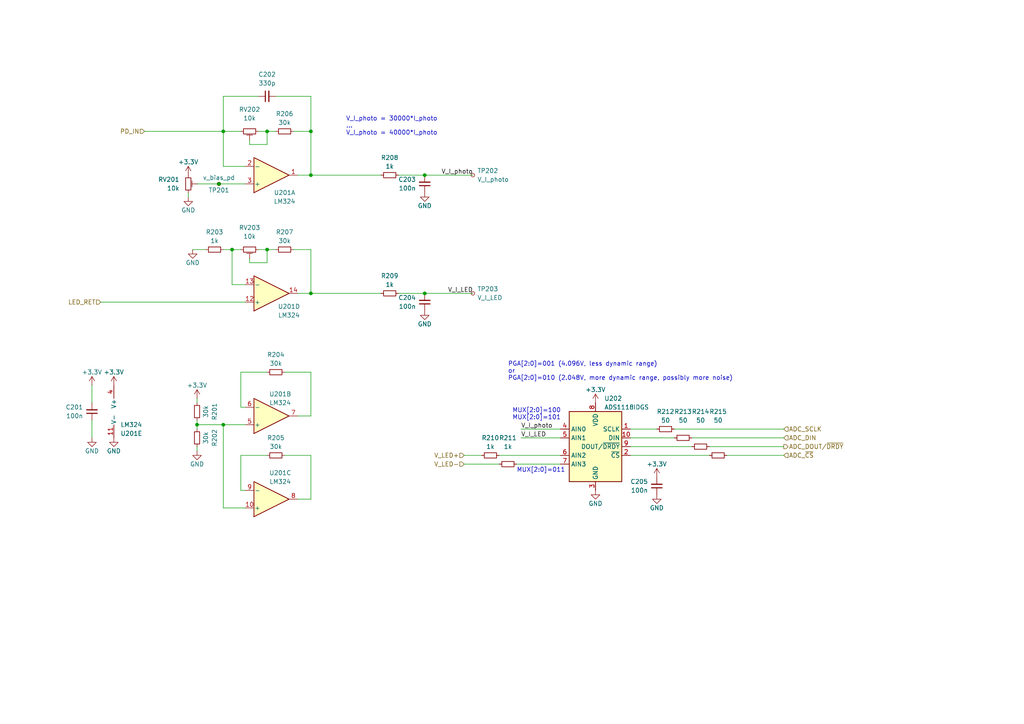
<source format=kicad_sch>
(kicad_sch (version 20230121) (generator eeschema)
  (paper "A4")
  (title_block (title "led-efficiency-measurement - INPUT") (date "2023-01-24") (rev "0.1") (comment 4 "Unless specified, all capacitors should be rated for 10V or higher"))
  (lib_symbols
    (symbol "Amplifier_Operational:LM324" (pin_names (offset 0.127))
      (property "Reference" "U" (at 0 5.08 0))
      (property "Value" "LM324" (at 0 -5.08 0))
      (symbol "LM324_1_1"
        (polyline (pts (xy -5.08 5.08) (xy 5.08 0) (xy -5.08 -5.08) (xy -5.08 5.08)) (stroke (width 0.254)) (fill (type background)))
        (pin output line (at 7.62 0 180) (length 2.54) (name "~") (number "1"))
        (pin input line (at -7.62 -2.54 0) (length 2.54) (name "-") (number "2"))
        (pin input line (at -7.62 2.54 0) (length 2.54) (name "+") (number "3"))
      )
      (symbol "LM324_2_1"
        (polyline (pts (xy -5.08 5.08) (xy 5.08 0) (xy -5.08 -5.08) (xy -5.08 5.08)) (stroke (width 0.254)) (fill (type background)))
        (pin input line (at -7.62 2.54 0) (length 2.54) (name "+") (number "5"))
        (pin input line (at -7.62 -2.54 0) (length 2.54) (name "-") (number "6"))
        (pin output line (at 7.62 0 180) (length 2.54) (name "~") (number "7"))
      )
      (symbol "LM324_3_1"
        (polyline (pts (xy -5.08 5.08) (xy 5.08 0) (xy -5.08 -5.08) (xy -5.08 5.08)) (stroke (width 0.254)) (fill (type background)))
        (pin input line (at -7.62 2.54 0) (length 2.54) (name "+") (number "10"))
        (pin output line (at 7.62 0 180) (length 2.54) (name "~") (number "8"))
        (pin input line (at -7.62 -2.54 0) (length 2.54) (name "-") (number "9"))
      )
      (symbol "LM324_4_1"
        (polyline (pts (xy -5.08 5.08) (xy 5.08 0) (xy -5.08 -5.08) (xy -5.08 5.08)) (stroke (width 0.254)) (fill (type background)))
        (pin input line (at -7.62 2.54 0) (length 2.54) (name "+") (number "12"))
        (pin input line (at -7.62 -2.54 0) (length 2.54) (name "-") (number "13"))
        (pin output line (at 7.62 0 180) (length 2.54) (name "~") (number "14"))
      )
      (symbol "LM324_5_1"
        (pin power_in line (at -2.54 -7.62 90) (length 3.81) (name "V-") (number "11"))
        (pin power_in line (at -2.54 7.62 270) (length 3.81) (name "V+") (number "4"))
      )
    )
    (symbol "Analog_ADC:ADS1118IDGS"
      (property "Reference" "U" (at 1.27 13.97 0))
      (property "Value" "ADS1118IDGS" (at 1.27 11.43 0))
      (symbol "ADS1118IDGS_0_1"
        (rectangle (start 7.62 10.16) (end -7.62 -10.16) (stroke (width 0.254)) (fill (type background)))
      )
      (symbol "ADS1118IDGS_1_1"
        (pin input line (at 10.16 5.08 180) (length 2.54) (name "SCLK") (number "1"))
        (pin input line (at 10.16 2.54 180) (length 2.54) (name "DIN") (number "10"))
        (pin input line (at 10.16 -2.54 180) (length 2.54) (name "~{CS}") (number "2"))
        (pin power_in line (at 0 -12.7 90) (length 2.54) (name "GND") (number "3"))
        (pin input line (at -10.16 5.08 0) (length 2.54) (name "AIN0") (number "4"))
        (pin input line (at -10.16 2.54 0) (length 2.54) (name "AIN1") (number "5"))
        (pin input line (at -10.16 -2.54 0) (length 2.54) (name "AIN2") (number "6"))
        (pin input line (at -10.16 -5.08 0) (length 2.54) (name "AIN3") (number "7"))
        (pin power_in line (at 0 12.7 270) (length 2.54) (name "VDD") (number "8"))
        (pin output line (at 10.16 0 180) (length 2.54) (name "DOUT/~{DRDY}") (number "9"))
      )
    )
    (symbol "Device:C_Small" (pin_numbers hide) (pin_names (offset 0.254) hide)
      (property "Reference" "C" (at 0.254 1.778 0))
      (property "Value" "C_Small" (at 0.254 -2.032 0))
      (symbol "C_Small_0_1"
        (polyline (pts (xy -1.524 -0.508) (xy 1.524 -0.508)) (stroke (width 0.3302)))
        (polyline (pts (xy -1.524 0.508) (xy 1.524 0.508)) (stroke (width 0.3048)))
      )
      (symbol "C_Small_1_1"
        (pin passive line (at 0 2.54 270) (length 2.032) (name "~") (number "1"))
        (pin passive line (at 0 -2.54 90) (length 2.032) (name "~") (number "2"))
      )
    )
    (symbol "Device:R_Small" (pin_numbers hide) (pin_names (offset 0.254) hide)
      (property "Reference" "R" (at 0.762 0.508 0))
      (property "Value" "R_Small" (at 0.762 -1.016 0))
      (symbol "R_Small_0_1"
        (rectangle (start -0.762 1.778) (end 0.762 -1.778) (stroke (width 0.2032)))
      )
      (symbol "R_Small_1_1"
        (pin passive line (at 0 2.54 270) (length 0.762) (name "~") (number "1"))
        (pin passive line (at 0 -2.54 90) (length 0.762) (name "~") (number "2"))
      )
    )
    (symbol "R_Potentiometer_Trim_Small_1" (pin_numbers hide) (pin_names (offset 1.016) hide)
      (property "Reference" "RV" (at -4.445 0 90))
      (property "Value" "R_Potentiometer_Trim_Small_1" (at -2.54 0 90))
      (symbol "R_Potentiometer_Trim_Small_1_0_1"
        (rectangle (start -0.76 1.78) (end 0.76 -1.78) (stroke (width 0.2032)))
        (polyline (pts (xy 0 -1.78) (xy 0 -2.54)))
        (polyline (pts (xy 0 1.78) (xy 0 2.54)))
        (polyline (pts (xy 1.0885 0.8805) (xy 1.0885 -0.8779)))
        (polyline (pts (xy 1.0941 0) (xy 2.54 0)))
      )
      (symbol "R_Potentiometer_Trim_Small_1_1_1"
        (pin passive line (at 0 2.54 270) (length 0) (name "1") (number "1"))
        (pin passive line (at 2.54 0 180) (length 0) (name "2") (number "2"))
        (pin passive line (at 0 -2.54 90) (length 0) (name "3") (number "3"))
      )
    )
    (symbol "R_Potentiometer_Trim_Small_2" (pin_numbers hide) (pin_names (offset 1.016) hide)
      (property "Reference" "RV" (at -4.445 0 90))
      (property "Value" "R_Potentiometer_Trim_Small_2" (at -2.54 0 90))
      (symbol "R_Potentiometer_Trim_Small_2_0_1"
        (rectangle (start -0.76 1.78) (end 0.76 -1.78) (stroke (width 0.2032)))
        (polyline (pts (xy 0 -1.78) (xy 0 -2.54)))
        (polyline (pts (xy 0 1.78) (xy 0 2.54)))
        (polyline (pts (xy 1.0885 0.8805) (xy 1.0885 -0.8779)))
        (polyline (pts (xy 1.0941 0) (xy 2.54 0)))
      )
      (symbol "R_Potentiometer_Trim_Small_2_1_1"
        (pin passive line (at 0 2.54 270) (length 0) (name "1") (number "1"))
        (pin passive line (at 2.54 0 180) (length 0) (name "2") (number "2"))
        (pin passive line (at 0 -2.54 90) (length 0) (name "3") (number "3"))
      )
    )
    (symbol "Seppl_Testpoint:TestPoint_Small" (pin_numbers hide) (pin_names (offset 0.762) hide) (in_bom no)
      (property "Reference" "TP" (at 0 3.81 0))
      (property "Value" "TestPoint_Small" (at 0 2.032 0))
      (symbol "TestPoint_Small_0_1"
        (circle (center 0 0) (radius 0.508))
      )
      (symbol "TestPoint_Small_1_1"
        (pin passive line (at 0 0 90) (length 0) (name "1") (number "1"))
      )
    )
    (symbol "power:+3.3V" (power) (pin_names (offset 0))
      (property "Value" "+3.3V" (at 0 3.556 0))
      (symbol "+3.3V_0_1"
        (polyline (pts (xy -0.762 1.27) (xy 0 2.54)))
        (polyline (pts (xy 0 0) (xy 0 2.54)))
        (polyline (pts (xy 0 2.54) (xy 0.762 1.27)))
      )
      (symbol "+3.3V_1_1"
        (pin power_in line (at 0 0 90) (length 0) hide (name "+3.3V") (number "1"))
      )
    )
    (symbol "power:GND" (power) (pin_names (offset 0))
      (property "Value" "GND" (at 0 -3.81 0))
      (symbol "GND_0_1"
        (polyline (pts (xy 0 0) (xy 0 -1.27) (xy 1.27 -1.27) (xy 0 -2.54) (xy -1.27 -1.27) (xy 0 -1.27)))
      )
      (symbol "GND_1_1"
        (pin power_in line (at 0 0 270) (length 0) hide (name "GND") (number "1"))
      )
    )
  )
  (junction (at 123.19 50.8))
  (junction (at 67.31 72.39))
  (junction (at 64.77 38.1))
  (junction (at 90.17 38.1))
  (junction (at 90.17 50.8))
  (junction (at 77.47 38.1))
  (junction (at 63.5 53.34))
  (junction (at 57.15 123.19))
  (junction (at 64.77 123.19))
  (junction (at 123.19 85.09))
  (junction (at 77.47 72.39))
  (junction (at 90.17 85.09))
  (wire (pts (xy 90.17 38.1) (xy 90.17 50.8)))
  (wire (pts (xy 74.93 38.1) (xy 77.47 38.1)))
  (wire (pts (xy 123.19 50.8) (xy 137.16 50.8)))
  (wire (pts (xy 64.77 72.39) (xy 67.31 72.39)))
  (wire (pts (xy 57.15 121.92) (xy 57.15 123.19)))
  (wire (pts (xy 144.78 132.08) (xy 162.56 132.08)))
  (wire (pts (xy 72.39 40.64) (xy 72.39 41.91)))
  (wire (pts (xy 57.15 123.19) (xy 64.77 123.19)))
  (wire (pts (xy 115.57 85.09) (xy 123.19 85.09)))
  (wire (pts (xy 67.31 72.39) (xy 69.85 72.39)))
  (wire (pts (xy 26.67 127) (xy 26.67 121.92)))
  (wire (pts (xy 57.15 53.34) (xy 63.5 53.34)))
  (wire (pts (xy 69.85 118.11) (xy 71.12 118.11)))
  (wire (pts (xy 205.74 129.54) (xy 227.33 129.54)))
  (wire (pts (xy 115.57 50.8) (xy 123.19 50.8)))
  (wire (pts (xy 90.17 132.08) (xy 90.17 144.78)))
  (wire (pts (xy 151.13 127) (xy 162.56 127)))
  (wire (pts (xy 82.55 132.08) (xy 90.17 132.08)))
  (wire (pts (xy 77.47 38.1) (xy 80.01 38.1)))
  (wire (pts (xy 200.66 127) (xy 227.33 127)))
  (wire (pts (xy 72.39 76.2) (xy 77.47 76.2)))
  (wire (pts (xy 134.62 132.08) (xy 139.7 132.08)))
  (wire (pts (xy 85.09 38.1) (xy 90.17 38.1)))
  (wire (pts (xy 182.88 127) (xy 195.58 127)))
  (wire (pts (xy 90.17 27.94) (xy 90.17 38.1)))
  (wire (pts (xy 69.85 107.95) (xy 69.85 118.11)))
  (wire (pts (xy 90.17 72.39) (xy 90.17 85.09)))
  (wire (pts (xy 195.58 124.46) (xy 227.33 124.46)))
  (wire (pts (xy 77.47 38.1) (xy 77.47 41.91)))
  (wire (pts (xy 26.67 111.76) (xy 26.67 116.84)))
  (wire (pts (xy 74.93 72.39) (xy 77.47 72.39)))
  (wire (pts (xy 72.39 41.91) (xy 77.47 41.91)))
  (wire (pts (xy 90.17 107.95) (xy 90.17 120.65)))
  (wire (pts (xy 71.12 82.55) (xy 67.31 82.55)))
  (wire (pts (xy 57.15 115.57) (xy 57.15 116.84)))
  (wire (pts (xy 72.39 74.93) (xy 72.39 76.2)))
  (wire (pts (xy 77.47 107.95) (xy 69.85 107.95)))
  (wire (pts (xy 85.09 72.39) (xy 90.17 72.39)))
  (wire (pts (xy 64.77 48.26) (xy 71.12 48.26)))
  (wire (pts (xy 77.47 72.39) (xy 80.01 72.39)))
  (wire (pts (xy 64.77 38.1) (xy 69.85 38.1)))
  (wire (pts (xy 57.15 130.81) (xy 57.15 129.54)))
  (wire (pts (xy 77.47 72.39) (xy 77.47 76.2)))
  (wire (pts (xy 64.77 27.94) (xy 64.77 38.1)))
  (wire (pts (xy 90.17 85.09) (xy 110.49 85.09)))
  (wire (pts (xy 86.36 144.78) (xy 90.17 144.78)))
  (wire (pts (xy 71.12 53.34) (xy 63.5 53.34)))
  (wire (pts (xy 80.01 27.94) (xy 90.17 27.94)))
  (wire (pts (xy 82.55 107.95) (xy 90.17 107.95)))
  (wire (pts (xy 182.88 132.08) (xy 205.74 132.08)))
  (wire (pts (xy 41.91 38.1) (xy 64.77 38.1)))
  (wire (pts (xy 64.77 38.1) (xy 64.77 48.26)))
  (wire (pts (xy 64.77 123.19) (xy 71.12 123.19)))
  (wire (pts (xy 182.88 129.54) (xy 200.66 129.54)))
  (wire (pts (xy 182.88 124.46) (xy 190.5 124.46)))
  (wire (pts (xy 29.21 87.63) (xy 71.12 87.63)))
  (wire (pts (xy 86.36 120.65) (xy 90.17 120.65)))
  (wire (pts (xy 151.13 124.46) (xy 162.56 124.46)))
  (wire (pts (xy 210.82 132.08) (xy 227.33 132.08)))
  (wire (pts (xy 69.85 132.08) (xy 69.85 142.24)))
  (wire (pts (xy 69.85 142.24) (xy 71.12 142.24)))
  (wire (pts (xy 77.47 132.08) (xy 69.85 132.08)))
  (wire (pts (xy 67.31 72.39) (xy 67.31 82.55)))
  (wire (pts (xy 86.36 50.8) (xy 90.17 50.8)))
  (wire (pts (xy 90.17 50.8) (xy 110.49 50.8)))
  (wire (pts (xy 64.77 27.94) (xy 74.93 27.94)))
  (wire (pts (xy 71.12 147.32) (xy 64.77 147.32)))
  (wire (pts (xy 54.61 57.15) (xy 54.61 55.88)))
  (wire (pts (xy 134.62 134.62) (xy 144.78 134.62)))
  (wire (pts (xy 90.17 85.09) (xy 86.36 85.09)))
  (wire (pts (xy 149.86 134.62) (xy 162.56 134.62)))
  (wire (pts (xy 123.19 85.09) (xy 137.16 85.09)))
  (wire (pts (xy 55.88 72.39) (xy 59.69 72.39)))
  (wire (pts (xy 64.77 123.19) (xy 64.77 147.32)))
  (wire (pts (xy 57.15 123.19) (xy 57.15 124.46)))
  (text "MUX[2:0]=011" (at 149.86 137.16 0) (effects (font (size 1.27 1.27)) (justify left bottom)))
  (text "PGA[2:0]=001 (4.096V, less dynamic range) \nor \nPGA[2:0]=010 (2.048V, more dynamic range, possibly more noise)" (at 147.32 110.49 0) (effects (font (size 1.27 1.27)) (justify left bottom)))
  (text "MUX[2:0]=100\nMUX[2:0]=101" (at 148.59 121.92 0) (effects (font (size 1.27 1.27)) (justify left bottom)))
  (text "V_I_photo = 30000*I_photo\n...\nV_I_photo = 40000*I_photo" (at 100.33 39.37 0) (effects (font (size 1.27 1.27)) (justify left bottom)))
  (label "V_I_photo" (at 151.13 124.46 0))
  (label "V_I_LED" (at 137.16 85.09 180))
  (label "V_I_LED" (at 151.13 127 0))
  (label "V_I_photo" (at 137.16 50.8 180))
  (hierarchical_label "ADC_SCLK" (shape input) (at 227.33 124.46 0))
  (hierarchical_label "PD_IN" (shape input) (at 41.91 38.1 180))
  (hierarchical_label "ADC_DIN" (shape input) (at 227.33 127 0))
  (hierarchical_label "ADC_DOUT{slash}~{DRDY}" (shape output) (at 227.33 129.54 0))
  (hierarchical_label "ADC_~{CS}" (shape input) (at 227.33 132.08 0))
  (hierarchical_label "LED_RET" (shape input) (at 29.21 87.63 180))
  (hierarchical_label "V_LED-" (shape input) (at 134.62 134.62 180))
  (hierarchical_label "V_LED+" (shape input) (at 134.62 132.08 180))
  (symbol (lib_name "R_Potentiometer_Trim_Small_1") (lib_id "Seppl_Device:R_Potentiometer_Trim_Small") (at 54.61 53.34 0) (unit 1)
    (property "Reference" "RV201" (at 52.07 52.0699 0) (effects (justify right)))
    (property "Value" "10k" (at 52.07 54.6099 0) (effects (justify right)))
    (property "Footprint" "Potentiometer_THT:Potentiometer_Bourns_3296W_Vertical" (effects hide))
  )
  (symbol (lib_id "power:+3.3V") (at 33.02 111.76 0) (unit 1)
    (property "Reference" "#PWR0203" (effects hide))
    (property "Value" "+3.3V" (at 33.02 107.95 0))
  )
  (symbol (lib_id "power:GND") (at 123.19 55.88 0) (unit 1)
    (property "Reference" "#PWR0210" (effects hide))
    (property "Value" "GND" (at 123.19 59.69 0))
  )
  (symbol (lib_id "Device:R_Small") (at 142.24 132.08 90) (unit 1)
    (property "Reference" "R210" (at 142.24 127 90))
    (property "Value" "1k" (at 142.24 129.54 90))
    (property "Footprint" "Resistor_SMD:R_0805_2012Metric_Pad1.20x1.40mm_HandSolder" (effects hide))
  )
  (symbol (lib_id "Device:R_Small") (at 113.03 85.09 90) (unit 1)
    (property "Reference" "R209" (at 113.03 80.01 90))
    (property "Value" "1k" (at 113.03 82.55 90))
    (property "Footprint" "Resistor_SMD:R_0805_2012Metric_Pad1.20x1.40mm_HandSolder" (effects hide))
  )
  (symbol (lib_id "Amplifier_Operational:LM324") (at 78.74 120.65 0) (mirror x) (unit 2)
    (property "Reference" "U201" (at 81.28 114.3 0))
    (property "Value" "LM324" (at 81.28 116.84 0))
    (property "Footprint" "Package_SO:SOIC-14_3.9x8.7mm_P1.27mm" (effects hide))
    (property "Datasheet" "http://www.ti.com/lit/ds/symlink/lm2902-n.pdf" (effects hide))
  )
  (symbol (lib_id "Device:C_Small") (at 190.5 140.97 0) (mirror x) (unit 1)
    (property "Reference" "C205" (at 187.96 139.6935 0) (effects (justify right)))
    (property "Value" "100n" (at 187.96 142.2335 0) (effects (justify right)))
    (property "Footprint" "Capacitor_SMD:C_0805_2012Metric_Pad1.18x1.45mm_HandSolder" (effects hide))
  )
  (symbol (lib_id "power:GND") (at 26.67 127 0) (unit 1)
    (property "Reference" "#PWR0202" (effects hide))
    (property "Value" "GND" (at 26.67 130.81 0))
  )
  (symbol (lib_id "power:+3.3V") (at 26.67 111.76 0) (unit 1)
    (property "Reference" "#PWR0201" (effects hide))
    (property "Value" "+3.3V" (at 26.67 107.95 0))
  )
  (symbol (lib_id "power:GND") (at 55.88 72.39 0) (unit 1)
    (property "Reference" "#PWR0207" (effects hide))
    (property "Value" "GND" (at 55.88 76.2 0))
  )
  (symbol (lib_id "Device:R_Small") (at 113.03 50.8 90) (unit 1)
    (property "Reference" "R208" (at 113.03 45.72 90))
    (property "Value" "1k" (at 113.03 48.26 90))
    (property "Footprint" "Resistor_SMD:R_0805_2012Metric_Pad1.20x1.40mm_HandSolder" (effects hide))
  )
  (symbol (lib_id "power:GND") (at 190.5 143.51 0) (unit 1)
    (property "Reference" "#PWR0215" (effects hide))
    (property "Value" "GND" (at 190.5 147.32 0))
  )
  (symbol (lib_id "Device:R_Small") (at 57.15 127 0) (mirror x) (unit 1)
    (property "Reference" "R202" (at 62.23 127 90))
    (property "Value" "30k" (at 59.69 127 90))
    (property "Footprint" "Resistor_SMD:R_0805_2012Metric_Pad1.20x1.40mm_HandSolder" (effects hide))
  )
  (symbol (lib_id "Amplifier_Operational:LM324") (at 78.74 85.09 0) (mirror x) (unit 4)
    (property "Reference" "U201" (at 83.82 88.9 0))
    (property "Value" "LM324" (at 83.82 91.44 0))
    (property "Footprint" "Package_SO:SOIC-14_3.9x8.7mm_P1.27mm" (effects hide))
    (property "Datasheet" "http://www.ti.com/lit/ds/symlink/lm2902-n.pdf" (effects hide))
  )
  (symbol (lib_id "Device:R_Small") (at 62.23 72.39 90) (unit 1)
    (property "Reference" "R203" (at 62.23 67.31 90))
    (property "Value" "1k" (at 62.23 69.85 90))
    (property "Footprint" "Resistor_SMD:R_0805_2012Metric_Pad1.20x1.40mm_HandSolder" (effects hide))
  )
  (symbol (lib_id "power:+3.3V") (at 57.15 115.57 0) (unit 1)
    (property "Reference" "#PWR0208" (effects hide))
    (property "Value" "+3.3V" (at 57.15 111.76 0))
  )
  (symbol (lib_id "Device:R_Small") (at 82.55 72.39 90) (unit 1)
    (property "Reference" "R207" (at 82.55 67.31 90))
    (property "Value" "30k" (at 82.55 69.85 90))
    (property "Footprint" "Resistor_SMD:R_0805_2012Metric_Pad1.20x1.40mm_HandSolder" (effects hide))
  )
  (symbol (lib_id "power:GND") (at 57.15 130.81 0) (unit 1)
    (property "Reference" "#PWR0209" (effects hide))
    (property "Value" "GND" (at 57.15 134.62 0))
  )
  (symbol (lib_id "Device:C_Small") (at 123.19 53.34 0) (mirror x) (unit 1)
    (property "Reference" "C203" (at 120.65 52.0635 0) (effects (justify right)))
    (property "Value" "100n" (at 120.65 54.6035 0) (effects (justify right)))
    (property "Footprint" "Capacitor_SMD:C_0805_2012Metric_Pad1.18x1.45mm_HandSolder" (effects hide))
  )
  (symbol (lib_id "Device:C_Small") (at 26.67 119.38 0) (mirror x) (unit 1)
    (property "Reference" "C201" (at 24.13 118.1035 0) (effects (justify right)))
    (property "Value" "100n" (at 24.13 120.6435 0) (effects (justify right)))
    (property "Footprint" "Capacitor_SMD:C_0805_2012Metric_Pad1.18x1.45mm_HandSolder" (effects hide))
  )
  (symbol (lib_id "Device:R_Small") (at 80.01 132.08 90) (unit 1)
    (property "Reference" "R205" (at 80.01 127 90))
    (property "Value" "30k" (at 80.01 129.54 90))
    (property "Footprint" "Resistor_SMD:R_0805_2012Metric_Pad1.20x1.40mm_HandSolder" (effects hide))
  )
  (symbol (lib_id "Analog_ADC:ADS1118IDGS") (at 172.72 129.54 0) (unit 1)
    (property "Reference" "U202" (at 175.26 115.57 0) (effects (justify left)))
    (property "Value" "ADS1118IDGS" (at 175.26 118.11 0) (effects (justify left)))
    (property "Footprint" "Package_SO:TSSOP-10_3x3mm_P0.5mm" (effects hide))
    (property "Datasheet" "http://www.ti.com/lit/ds/symlink/ads1118.pdf" (effects hide))
  )
  (symbol (lib_id "power:+3.3V") (at 54.61 50.8 0) (unit 1)
    (property "Reference" "#PWR0205" (effects hide))
    (property "Value" "+3.3V" (at 54.61 46.99 0))
  )
  (symbol (lib_id "power:GND") (at 172.72 142.24 0) (unit 1)
    (property "Reference" "#PWR0213" (effects hide))
    (property "Value" "GND" (at 172.72 146.05 0))
  )
  (symbol (lib_id "Seppl_Testpoint:TestPoint_Small") (at 137.16 85.09 0) (unit 1) (in_bom no)
    (property "Reference" "TP203" (at 138.43 83.8199 0) (effects (justify left)))
    (property "Value" "V_I_LED" (at 138.43 86.3599 0) (effects (justify left)))
    (property "Footprint" "TestPoint:TestPoint_Pad_D1.5mm" (effects hide))
  )
  (symbol (lib_id "Amplifier_Operational:LM324") (at 35.56 119.38 0) (unit 5)
    (property "Reference" "U201" (at 38.1 125.73 0))
    (property "Value" "LM324" (at 38.1 123.19 0))
    (property "Footprint" "Package_SO:SOIC-14_3.9x8.7mm_P1.27mm" (effects hide))
    (property "Datasheet" "http://www.ti.com/lit/ds/symlink/lm2902-n.pdf" (effects hide))
  )
  (symbol (lib_id "power:+3.3V") (at 172.72 116.84 0) (unit 1)
    (property "Reference" "#PWR0212" (effects hide))
    (property "Value" "+3.3V" (at 172.72 113.03 0))
  )
  (symbol (lib_id "power:+3.3V") (at 190.5 138.43 0) (unit 1)
    (property "Reference" "#PWR0214" (effects hide))
    (property "Value" "+3.3V" (at 190.5 134.62 0))
  )
  (symbol (lib_id "Device:C_Small") (at 77.47 27.94 90) (unit 1)
    (property "Reference" "C202" (at 77.4763 21.59 90))
    (property "Value" "330p" (at 77.4763 24.13 90))
    (property "Footprint" "Capacitor_SMD:C_0805_2012Metric_Pad1.18x1.45mm_HandSolder" (effects hide))
  )
  (symbol (lib_id "Device:C_Small") (at 123.19 87.63 0) (mirror x) (unit 1)
    (property "Reference" "C204" (at 120.65 86.3535 0) (effects (justify right)))
    (property "Value" "100n" (at 120.65 88.8935 0) (effects (justify right)))
    (property "Footprint" "Capacitor_SMD:C_0805_2012Metric_Pad1.18x1.45mm_HandSolder" (effects hide))
  )
  (symbol (lib_id "Device:R_Small") (at 198.12 127 90) (unit 1)
    (property "Reference" "R213" (at 198.12 119.38 90))
    (property "Value" "50" (at 198.12 121.92 90))
    (property "Footprint" "Resistor_SMD:R_0805_2012Metric_Pad1.20x1.40mm_HandSolder" (effects hide))
  )
  (symbol (lib_id "Device:R_Small") (at 57.15 119.38 0) (mirror x) (unit 1)
    (property "Reference" "R201" (at 62.23 119.38 90))
    (property "Value" "30k" (at 59.69 119.38 90))
    (property "Footprint" "Resistor_SMD:R_0805_2012Metric_Pad1.20x1.40mm_HandSolder" (effects hide))
  )
  (symbol (lib_name "R_Potentiometer_Trim_Small_2") (lib_id "Seppl_Device:R_Potentiometer_Trim_Small") (at 72.39 72.39 270) (unit 1)
    (property "Reference" "RV203" (at 72.39 66.04 90))
    (property "Value" "10k" (at 72.39 68.58 90))
    (property "Footprint" "Potentiometer_THT:Potentiometer_Bourns_3296W_Vertical" (effects hide))
  )
  (symbol (lib_id "Amplifier_Operational:LM324") (at 78.74 144.78 0) (mirror x) (unit 3)
    (property "Reference" "U201" (at 81.28 137.16 0))
    (property "Value" "LM324" (at 81.28 139.7 0))
    (property "Footprint" "Package_SO:SOIC-14_3.9x8.7mm_P1.27mm" (effects hide))
    (property "Datasheet" "http://www.ti.com/lit/ds/symlink/lm2902-n.pdf" (effects hide))
  )
  (symbol (lib_id "power:GND") (at 54.61 57.15 0) (unit 1)
    (property "Reference" "#PWR0206" (effects hide))
    (property "Value" "GND" (at 54.61 60.96 0))
  )
  (symbol (lib_id "power:GND") (at 33.02 127 0) (unit 1)
    (property "Reference" "#PWR0204" (effects hide))
    (property "Value" "GND" (at 33.02 130.81 0))
  )
  (symbol (lib_id "power:GND") (at 123.19 90.17 0) (unit 1)
    (property "Reference" "#PWR0211" (effects hide))
    (property "Value" "GND" (at 123.19 93.98 0))
  )
  (symbol (lib_id "Device:R_Small") (at 82.55 38.1 90) (unit 1)
    (property "Reference" "R206" (at 82.55 33.02 90))
    (property "Value" "30k" (at 82.55 35.56 90))
    (property "Footprint" "Resistor_SMD:R_0805_2012Metric_Pad1.20x1.40mm_HandSolder" (effects hide))
  )
  (symbol (lib_id "Seppl_Testpoint:TestPoint_Small") (at 63.5 53.34 180) (unit 1) (in_bom no)
    (property "Reference" "TP201" (at 63.5 55.88 0) (effects (justify top)))
    (property "Value" "v_bias_pd" (at 63.5 50.8 0) (effects (justify bottom)))
    (property "Footprint" "TestPoint:TestPoint_Pad_D1.5mm" (effects hide))
  )
  (symbol (lib_id "Device:R_Small") (at 203.2 129.54 90) (unit 1)
    (property "Reference" "R214" (at 203.2 119.38 90))
    (property "Value" "50" (at 203.2 121.92 90))
    (property "Footprint" "Resistor_SMD:R_0805_2012Metric_Pad1.20x1.40mm_HandSolder" (effects hide))
  )
  (symbol (lib_id "Seppl_Testpoint:TestPoint_Small") (at 137.16 50.8 0) (unit 1) (in_bom no)
    (property "Reference" "TP202" (at 138.43 49.5299 0) (effects (justify left)))
    (property "Value" "V_I_photo" (at 138.43 52.0699 0) (effects (justify left)))
    (property "Footprint" "TestPoint:TestPoint_Pad_D1.5mm" (effects hide))
  )
  (symbol (lib_id "Device:R_Small") (at 80.01 107.95 90) (unit 1)
    (property "Reference" "R204" (at 80.01 102.87 90))
    (property "Value" "30k" (at 80.01 105.41 90))
    (property "Footprint" "Resistor_SMD:R_0805_2012Metric_Pad1.20x1.40mm_HandSolder" (effects hide))
  )
  (symbol (lib_id "Device:R_Small") (at 193.04 124.46 90) (unit 1)
    (property "Reference" "R212" (at 193.04 119.38 90))
    (property "Value" "50" (at 193.04 121.92 90))
    (property "Footprint" "Resistor_SMD:R_0805_2012Metric_Pad1.20x1.40mm_HandSolder" (effects hide))
  )
  (symbol (lib_id "Device:R_Small") (at 147.32 134.62 90) (unit 1)
    (property "Reference" "R211" (at 147.32 127 90))
    (property "Value" "1k" (at 147.32 129.54 90))
    (property "Footprint" "Resistor_SMD:R_0805_2012Metric_Pad1.20x1.40mm_HandSolder" (effects hide))
  )
  (symbol (lib_id "Device:R_Small") (at 208.28 132.08 90) (unit 1)
    (property "Reference" "R215" (at 208.28 119.38 90))
    (property "Value" "50" (at 208.28 121.92 90))
    (property "Footprint" "Resistor_SMD:R_0805_2012Metric_Pad1.20x1.40mm_HandSolder" (effects hide))
  )
  (symbol (lib_name "R_Potentiometer_Trim_Small_2") (lib_id "Seppl_Device:R_Potentiometer_Trim_Small") (at 72.39 38.1 270) (unit 1)
    (property "Reference" "RV202" (at 72.39 31.75 90))
    (property "Value" "10k" (at 72.39 34.29 90))
    (property "Footprint" "Potentiometer_THT:Potentiometer_Bourns_3296W_Vertical" (effects hide))
  )
  (symbol (lib_id "Amplifier_Operational:LM324") (at 78.74 50.8 0) (mirror x) (unit 1)
    (property "Reference" "U201" (at 82.55 55.88 0))
    (property "Value" "LM324" (at 82.55 58.42 0))
    (property "Footprint" "Package_SO:SOIC-14_3.9x8.7mm_P1.27mm" (effects hide))
    (property "Datasheet" "http://www.ti.com/lit/ds/symlink/lm2902-n.pdf" (effects hide))
  )
)
</source>
